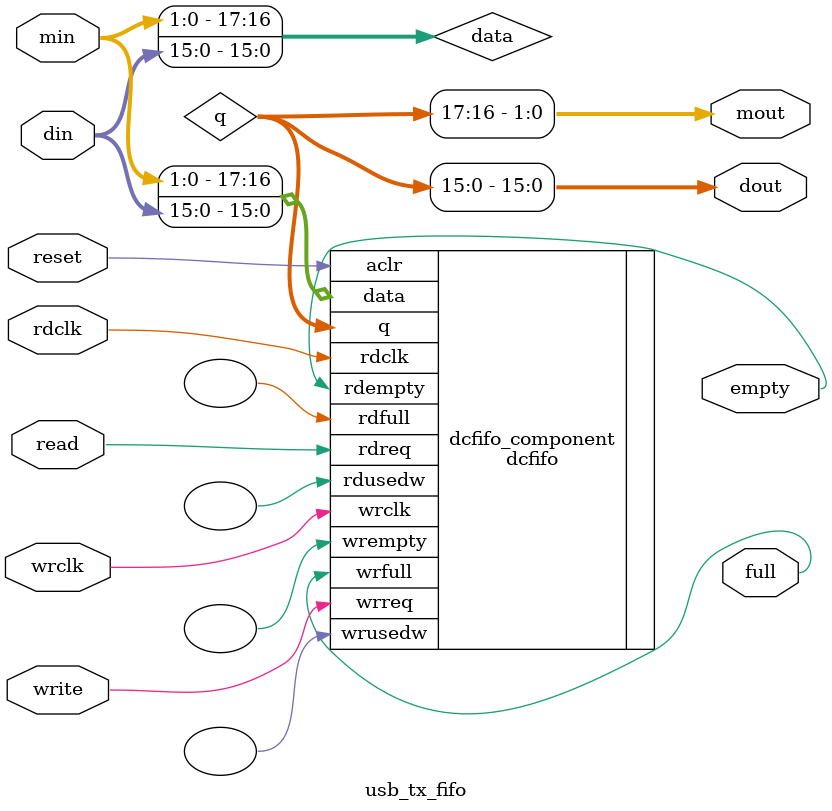
<source format=v>


`timescale 1 ns / 1 ps


module usb_tx_fifo
(
	input reset,

	input wrclk,
	input write,
	input [15:0]din,
	input [1:0]min,
	output full,

	input rdclk,
	input read,
	output [15:0]dout,
	output [1:0]mout,
	output empty
);

	wire [17:0]data = { min, din };
	wire [17:0]q;
	assign {mout, dout} = q;

	dcfifo	dcfifo_component
	(
		.rdclk (rdclk),
		.wrclk (wrclk),
		.wrreq (write),
		.aclr (reset),
		.data (data),
		.rdreq (read),
		.wrfull (full),
		.q (q),
		.rdempty (empty),
		.rdfull (),
		.rdusedw (),
		.wrempty (),
		.wrusedw ()
	);
	defparam
		dcfifo_component.intended_device_family = "Cyclone III",
		dcfifo_component.lpm_numwords = 512,
		dcfifo_component.lpm_showahead = "ON",
		dcfifo_component.lpm_type = "dcfifo",
		dcfifo_component.lpm_width = 18,
		dcfifo_component.lpm_widthu = 9,
		dcfifo_component.overflow_checking = "OFF",
		dcfifo_component.rdsync_delaypipe = 4,
		dcfifo_component.read_aclr_synch = "OFF",
		dcfifo_component.underflow_checking = "OFF",
		dcfifo_component.use_eab = "ON",
		dcfifo_component.write_aclr_synch = "OFF",
		dcfifo_component.wrsync_delaypipe = 4;


endmodule


// Retrieval info: LIB_FILE: altera_mf

</source>
